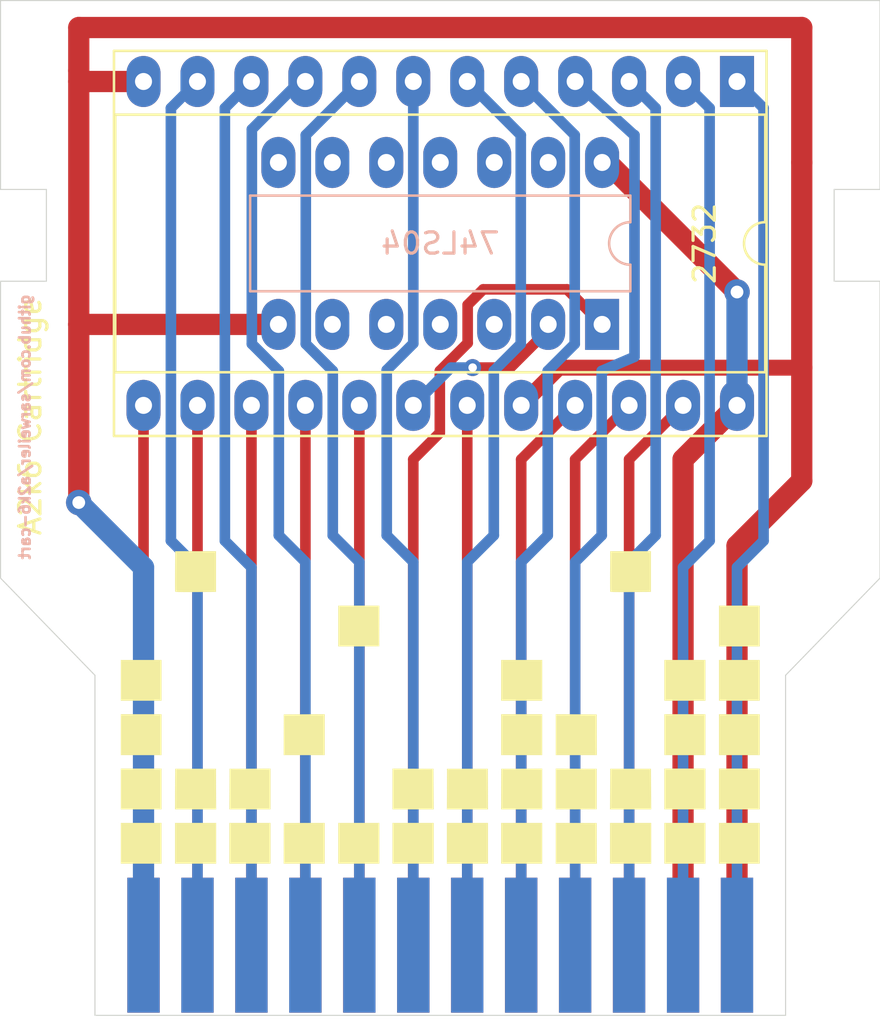
<source format=kicad_pcb>
(kicad_pcb (version 20171130) (host pcbnew "(5.1.6-0-10_14)")

  (general
    (thickness 1.6)
    (drawings 20)
    (tracks 107)
    (zones 0)
    (modules 4)
    (nets 25)
  )

  (page A4)
  (layers
    (0 F.Cu signal)
    (31 B.Cu signal)
    (32 B.Adhes user)
    (33 F.Adhes user)
    (34 B.Paste user)
    (35 F.Paste user)
    (36 B.SilkS user)
    (37 F.SilkS user)
    (38 B.Mask user)
    (39 F.Mask user)
    (40 Dwgs.User user)
    (41 Cmts.User user)
    (42 Eco1.User user)
    (43 Eco2.User user)
    (44 Edge.Cuts user)
    (45 Margin user)
    (46 B.CrtYd user)
    (47 F.CrtYd user)
    (48 B.Fab user)
    (49 F.Fab user)
  )

  (setup
    (last_trace_width 0.25)
    (trace_clearance 0.2)
    (zone_clearance 0.508)
    (zone_45_only no)
    (trace_min 0.2)
    (via_size 0.8)
    (via_drill 0.4)
    (via_min_size 0.4)
    (via_min_drill 0.3)
    (uvia_size 0.3)
    (uvia_drill 0.1)
    (uvias_allowed no)
    (uvia_min_size 0.2)
    (uvia_min_drill 0.1)
    (edge_width 0.05)
    (segment_width 0.2)
    (pcb_text_width 0.3)
    (pcb_text_size 1.5 1.5)
    (mod_edge_width 0.12)
    (mod_text_size 1 1)
    (mod_text_width 0.15)
    (pad_size 1.524 1.524)
    (pad_drill 0.762)
    (pad_to_mask_clearance 0.05)
    (aux_axis_origin 0 0)
    (visible_elements FFFFFF7F)
    (pcbplotparams
      (layerselection 0x010fc_ffffffff)
      (usegerberextensions false)
      (usegerberattributes true)
      (usegerberadvancedattributes true)
      (creategerberjobfile true)
      (excludeedgelayer true)
      (linewidth 0.100000)
      (plotframeref false)
      (viasonmask false)
      (mode 1)
      (useauxorigin false)
      (hpglpennumber 1)
      (hpglpenspeed 20)
      (hpglpendiameter 15.000000)
      (psnegative false)
      (psa4output false)
      (plotreference true)
      (plotvalue true)
      (plotinvisibletext false)
      (padsonsilk false)
      (subtractmaskfromsilk false)
      (outputformat 1)
      (mirror false)
      (drillshape 0)
      (scaleselection 1)
      (outputdirectory "gerbers/"))
  )

  (net 0 "")
  (net 1 D3)
  (net 2 D4)
  (net 3 D5)
  (net 4 D6)
  (net 5 D7)
  (net 6 "Net-(J1-PadA12)")
  (net 7 "Net-(J1-PadA10)")
  (net 8 "Net-(J1-PadA11)")
  (net 9 "Net-(J1-PadA9)")
  (net 10 "Net-(J1-PadA8)")
  (net 11 +5V)
  (net 12 GND)
  (net 13 "Net-(J1-PadA3)")
  (net 14 D1)
  (net 15 "Net-(J1-PadA6)")
  (net 16 "Net-(J1-PadA4)")
  (net 17 "Net-(J1-PadA1)")
  (net 18 D2)
  (net 19 "Net-(J1-PadA5)")
  (net 20 D0)
  (net 21 "Net-(J1-PadA0)")
  (net 22 "Net-(J1-PadA2)")
  (net 23 "Net-(J1-PadA7)")
  (net 24 "Net-(U1-Pad18)")

  (net_class Default "This is the default net class."
    (clearance 0.2)
    (trace_width 0.25)
    (via_dia 0.8)
    (via_drill 0.4)
    (uvia_dia 0.3)
    (uvia_drill 0.1)
    (add_net +5V)
    (add_net D0)
    (add_net D1)
    (add_net D2)
    (add_net D3)
    (add_net D4)
    (add_net D5)
    (add_net D6)
    (add_net D7)
    (add_net GND)
    (add_net "Net-(J1-PadA0)")
    (add_net "Net-(J1-PadA1)")
    (add_net "Net-(J1-PadA10)")
    (add_net "Net-(J1-PadA11)")
    (add_net "Net-(J1-PadA12)")
    (add_net "Net-(J1-PadA2)")
    (add_net "Net-(J1-PadA3)")
    (add_net "Net-(J1-PadA4)")
    (add_net "Net-(J1-PadA5)")
    (add_net "Net-(J1-PadA6)")
    (add_net "Net-(J1-PadA7)")
    (add_net "Net-(J1-PadA8)")
    (add_net "Net-(J1-PadA9)")
    (add_net "Net-(U1-Pad18)")
  )

  (module atari26k-cart:pattern (layer F.Cu) (tedit 0) (tstamp 5F5CD7AF)
    (at 152.654 105.41)
    (fp_text reference G*** (at 0 0) (layer F.SilkS) hide
      (effects (font (size 1.524 1.524) (thickness 0.3)))
    )
    (fp_text value LOGO (at 0.75 0) (layer F.SilkS) hide
      (effects (font (size 1.524 1.524) (thickness 0.3)))
    )
    (fp_poly (pts (xy 9.916975 -4.178457) (xy 8.96403 -4.174416) (xy 8.759582 -4.173672) (xy 8.584514 -4.173327)
      (xy 8.436849 -4.173414) (xy 8.314613 -4.173964) (xy 8.215829 -4.175009) (xy 8.13852 -4.176582)
      (xy 8.080712 -4.178715) (xy 8.040427 -4.181441) (xy 8.015691 -4.184791) (xy 8.004527 -4.188798)
      (xy 8.003543 -4.190095) (xy 8.002255 -4.208933) (xy 8.001169 -4.256342) (xy 8.000296 -4.329537)
      (xy 7.999646 -4.425731) (xy 7.999228 -4.542137) (xy 7.999052 -4.675971) (xy 7.99913 -4.824445)
      (xy 7.999471 -4.984774) (xy 8.000068 -5.150556) (xy 8.004136 -6.091296) (xy 9.916975 -6.091296)
      (xy 9.916975 -4.178457)) (layer F.SilkS) (width 0.01))
    (fp_poly (pts (xy -10.559815 -4.178457) (xy -11.51276 -4.174416) (xy -11.717208 -4.173672) (xy -11.892277 -4.173327)
      (xy -12.039941 -4.173414) (xy -12.162177 -4.173964) (xy -12.260961 -4.175009) (xy -12.33827 -4.176582)
      (xy -12.396078 -4.178715) (xy -12.436363 -4.181441) (xy -12.461099 -4.184791) (xy -12.472263 -4.188798)
      (xy -12.473247 -4.190095) (xy -12.474535 -4.208933) (xy -12.475621 -4.256342) (xy -12.476494 -4.329537)
      (xy -12.477145 -4.425731) (xy -12.477562 -4.542137) (xy -12.477738 -4.675971) (xy -12.47766 -4.824445)
      (xy -12.477319 -4.984774) (xy -12.476722 -5.150556) (xy -12.472654 -6.091296) (xy -10.559815 -6.091296)
      (xy -10.559815 -4.178457)) (layer F.SilkS) (width 0.01))
    (fp_poly (pts (xy 15.036173 -1.614938) (xy 13.123333 -1.614938) (xy 13.123333 -3.527778) (xy 15.036173 -3.527778)
      (xy 15.036173 -1.614938)) (layer F.SilkS) (width 0.01))
    (fp_poly (pts (xy -2.877099 -1.622778) (xy -3.837438 -1.618738) (xy -4.797778 -1.614697) (xy -4.797778 -3.527778)
      (xy -2.869017 -3.527778) (xy -2.877099 -1.622778)) (layer F.SilkS) (width 0.01))
    (fp_poly (pts (xy 15.036173 0.940741) (xy 13.123333 0.940741) (xy 13.123333 -0.972099) (xy 15.036173 -0.972099)
      (xy 15.036173 0.940741)) (layer F.SilkS) (width 0.01))
    (fp_poly (pts (xy 12.480494 0.940741) (xy 10.551975 0.940741) (xy 10.551975 -0.972099) (xy 12.480494 -0.972099)
      (xy 12.480494 0.940741)) (layer F.SilkS) (width 0.01))
    (fp_poly (pts (xy 4.797778 0.940741) (xy 2.869259 0.940741) (xy 2.869259 -0.972099) (xy 4.797778 -0.972099)
      (xy 4.797778 0.940741)) (layer F.SilkS) (width 0.01))
    (fp_poly (pts (xy -13.123333 0.940741) (xy -15.036173 0.940741) (xy -15.036173 -0.972099) (xy -13.123333 -0.972099)
      (xy -13.123333 0.940741)) (layer F.SilkS) (width 0.01))
    (fp_poly (pts (xy 15.036173 3.49642) (xy 13.123333 3.49642) (xy 13.123333 1.58358) (xy 15.036173 1.58358)
      (xy 15.036173 3.49642)) (layer F.SilkS) (width 0.01))
    (fp_poly (pts (xy 12.480494 3.49642) (xy 10.551975 3.49642) (xy 10.551975 1.58358) (xy 12.480494 1.58358)
      (xy 12.480494 3.49642)) (layer F.SilkS) (width 0.01))
    (fp_poly (pts (xy 6.400957 1.587379) (xy 7.361296 1.59142) (xy 7.365337 2.54392) (xy 7.369379 3.49642)
      (xy 5.440617 3.49642) (xy 5.440617 1.583339) (xy 6.400957 1.587379)) (layer F.SilkS) (width 0.01))
    (fp_poly (pts (xy 4.797778 3.49642) (xy 2.869259 3.49642) (xy 2.869259 1.58358) (xy 4.797778 1.58358)
      (xy 4.797778 3.49642)) (layer F.SilkS) (width 0.01))
    (fp_poly (pts (xy -5.440617 3.49642) (xy -7.369379 3.49642) (xy -7.365338 2.54392) (xy -7.361296 1.59142)
      (xy -6.400957 1.587379) (xy -5.440617 1.583339) (xy -5.440617 3.49642)) (layer F.SilkS) (width 0.01))
    (fp_poly (pts (xy -13.123333 3.49642) (xy -15.036173 3.49642) (xy -15.036173 1.58358) (xy -13.123333 1.58358)
      (xy -13.123333 3.49642)) (layer F.SilkS) (width 0.01))
    (fp_poly (pts (xy 15.036173 6.052099) (xy 13.123333 6.052099) (xy 13.123333 4.139259) (xy 15.036173 4.139259)
      (xy 15.036173 6.052099)) (layer F.SilkS) (width 0.01))
    (fp_poly (pts (xy 12.480494 6.052099) (xy 10.551975 6.052099) (xy 10.551975 4.139259) (xy 12.480494 4.139259)
      (xy 12.480494 6.052099)) (layer F.SilkS) (width 0.01))
    (fp_poly (pts (xy 9.921016 5.099599) (xy 9.925058 6.052099) (xy 7.996053 6.052099) (xy 8.000094 5.099599)
      (xy 8.004136 4.147099) (xy 9.916975 4.147099) (xy 9.921016 5.099599)) (layer F.SilkS) (width 0.01))
    (fp_poly (pts (xy 6.400957 4.143058) (xy 7.361296 4.147099) (xy 7.361296 6.044259) (xy 6.400957 6.048299)
      (xy 5.440617 6.05234) (xy 5.440617 4.139018) (xy 6.400957 4.143058)) (layer F.SilkS) (width 0.01))
    (fp_poly (pts (xy 4.797778 6.052099) (xy 2.869016 6.052099) (xy 2.873057 5.099599) (xy 2.877099 4.147099)
      (xy 3.837438 4.143058) (xy 4.797778 4.139018) (xy 4.797778 6.052099)) (layer F.SilkS) (width 0.01))
    (fp_poly (pts (xy 2.2383 5.099599) (xy 2.242342 6.052099) (xy 0.313337 6.052099) (xy 0.317378 5.099599)
      (xy 0.32142 4.147099) (xy 2.234259 4.147099) (xy 2.2383 5.099599)) (layer F.SilkS) (width 0.01))
    (fp_poly (pts (xy -1.281759 4.143058) (xy -0.32142 4.147099) (xy -0.313338 6.052099) (xy -2.242099 6.052099)
      (xy -2.242099 4.139018) (xy -1.281759 4.143058)) (layer F.SilkS) (width 0.01))
    (fp_poly (pts (xy -7.996296 6.052099) (xy -9.925058 6.052099) (xy -9.921017 5.099599) (xy -9.916975 4.147099)
      (xy -8.956636 4.143058) (xy -7.996296 4.139018) (xy -7.996296 6.052099)) (layer F.SilkS) (width 0.01))
    (fp_poly (pts (xy -10.551733 6.052099) (xy -12.480737 6.052099) (xy -12.476696 5.099599) (xy -12.472654 4.147099)
      (xy -10.559815 4.147099) (xy -10.551733 6.052099)) (layer F.SilkS) (width 0.01))
    (fp_poly (pts (xy -13.123333 6.052099) (xy -15.036173 6.052099) (xy -15.036173 4.139259) (xy -13.123333 4.139259)
      (xy -13.123333 6.052099)) (layer F.SilkS) (width 0.01))
    (fp_poly (pts (xy 15.036173 8.607778) (xy 13.123333 8.607778) (xy 13.123333 6.694938) (xy 15.036173 6.694938)
      (xy 15.036173 8.607778)) (layer F.SilkS) (width 0.01))
    (fp_poly (pts (xy 12.480494 8.607778) (xy 10.551975 8.607778) (xy 10.551975 6.694938) (xy 12.480494 6.694938)
      (xy 12.480494 8.607778)) (layer F.SilkS) (width 0.01))
    (fp_poly (pts (xy 9.924815 8.607778) (xy 7.996296 8.607778) (xy 7.996296 6.694938) (xy 9.924815 6.694938)
      (xy 9.924815 8.607778)) (layer F.SilkS) (width 0.01))
    (fp_poly (pts (xy 6.400957 6.698737) (xy 7.361296 6.702778) (xy 7.365337 7.655278) (xy 7.369379 8.607778)
      (xy 5.440617 8.607778) (xy 5.440617 6.694697) (xy 6.400957 6.698737)) (layer F.SilkS) (width 0.01))
    (fp_poly (pts (xy 4.797778 8.607778) (xy 2.869259 8.607778) (xy 2.869259 6.694938) (xy 4.797778 6.694938)
      (xy 4.797778 8.607778)) (layer F.SilkS) (width 0.01))
    (fp_poly (pts (xy 2.242099 8.607778) (xy 0.31358 8.607778) (xy 0.31358 6.694938) (xy 2.242099 6.694938)
      (xy 2.242099 8.607778)) (layer F.SilkS) (width 0.01))
    (fp_poly (pts (xy -0.31358 8.607778) (xy -2.242099 8.607778) (xy -2.242099 6.694938) (xy -0.31358 6.694938)
      (xy -0.31358 8.607778)) (layer F.SilkS) (width 0.01))
    (fp_poly (pts (xy -2.869259 8.607778) (xy -4.797778 8.607778) (xy -4.797778 6.694938) (xy -2.869259 6.694938)
      (xy -2.869259 8.607778)) (layer F.SilkS) (width 0.01))
    (fp_poly (pts (xy -5.440617 8.607778) (xy -7.369379 8.607778) (xy -7.365338 7.655278) (xy -7.361296 6.702778)
      (xy -6.400957 6.698737) (xy -5.440617 6.694697) (xy -5.440617 8.607778)) (layer F.SilkS) (width 0.01))
    (fp_poly (pts (xy -7.996296 8.607778) (xy -9.924815 8.607778) (xy -9.924815 6.694938) (xy -7.996296 6.694938)
      (xy -7.996296 8.607778)) (layer F.SilkS) (width 0.01))
    (fp_poly (pts (xy -10.551975 8.607778) (xy -12.480494 8.607778) (xy -12.480494 6.694938) (xy -10.551975 6.694938)
      (xy -10.551975 8.607778)) (layer F.SilkS) (width 0.01))
    (fp_poly (pts (xy -13.123333 8.607778) (xy -15.036173 8.607778) (xy -15.036173 6.694938) (xy -13.123333 6.694938)
      (xy -13.123333 8.607778)) (layer F.SilkS) (width 0.01))
  )

  (module Package_DIP:DIP-14_W7.62mm_LongPads (layer B.Cu) (tedit 5A02E8C5) (tstamp 5F5C9382)
    (at 160.274 88.646 90)
    (descr "14-lead though-hole mounted DIP package, row spacing 7.62 mm (300 mils), LongPads")
    (tags "THT DIP DIL PDIP 2.54mm 7.62mm 300mil LongPads")
    (path /5F59DAFD)
    (fp_text reference U2 (at 3.81 2.33 90) (layer B.SilkS) hide
      (effects (font (size 1 1) (thickness 0.15)) (justify mirror))
    )
    (fp_text value 74LS04 (at 3.81 -7.62 180) (layer B.SilkS)
      (effects (font (size 1 1) (thickness 0.15)) (justify mirror))
    )
    (fp_line (start 9.1 1.55) (end -1.45 1.55) (layer B.CrtYd) (width 0.05))
    (fp_line (start 9.1 -16.8) (end 9.1 1.55) (layer B.CrtYd) (width 0.05))
    (fp_line (start -1.45 -16.8) (end 9.1 -16.8) (layer B.CrtYd) (width 0.05))
    (fp_line (start -1.45 1.55) (end -1.45 -16.8) (layer B.CrtYd) (width 0.05))
    (fp_line (start 6.06 1.33) (end 4.81 1.33) (layer B.SilkS) (width 0.12))
    (fp_line (start 6.06 -16.57) (end 6.06 1.33) (layer B.SilkS) (width 0.12))
    (fp_line (start 1.56 -16.57) (end 6.06 -16.57) (layer B.SilkS) (width 0.12))
    (fp_line (start 1.56 1.33) (end 1.56 -16.57) (layer B.SilkS) (width 0.12))
    (fp_line (start 2.81 1.33) (end 1.56 1.33) (layer B.SilkS) (width 0.12))
    (fp_line (start 0.635 0.27) (end 1.635 1.27) (layer B.Fab) (width 0.1))
    (fp_line (start 0.635 -16.51) (end 0.635 0.27) (layer B.Fab) (width 0.1))
    (fp_line (start 6.985 -16.51) (end 0.635 -16.51) (layer B.Fab) (width 0.1))
    (fp_line (start 6.985 1.27) (end 6.985 -16.51) (layer B.Fab) (width 0.1))
    (fp_line (start 1.635 1.27) (end 6.985 1.27) (layer B.Fab) (width 0.1))
    (fp_text user %R (at 3.81 -7.62 90) (layer B.Fab)
      (effects (font (size 1 1) (thickness 0.15)) (justify mirror))
    )
    (fp_arc (start 3.81 1.33) (end 2.81 1.33) (angle 180) (layer B.SilkS) (width 0.12))
    (pad 14 thru_hole oval (at 7.62 0 90) (size 2.4 1.6) (drill 0.8) (layers *.Cu *.Mask)
      (net 11 +5V))
    (pad 7 thru_hole oval (at 0 -15.24 90) (size 2.4 1.6) (drill 0.8) (layers *.Cu *.Mask)
      (net 12 GND))
    (pad 13 thru_hole oval (at 7.62 -2.54 90) (size 2.4 1.6) (drill 0.8) (layers *.Cu *.Mask))
    (pad 6 thru_hole oval (at 0 -12.7 90) (size 2.4 1.6) (drill 0.8) (layers *.Cu *.Mask))
    (pad 12 thru_hole oval (at 7.62 -5.08 90) (size 2.4 1.6) (drill 0.8) (layers *.Cu *.Mask))
    (pad 5 thru_hole oval (at 0 -10.16 90) (size 2.4 1.6) (drill 0.8) (layers *.Cu *.Mask))
    (pad 11 thru_hole oval (at 7.62 -7.62 90) (size 2.4 1.6) (drill 0.8) (layers *.Cu *.Mask))
    (pad 4 thru_hole oval (at 0 -7.62 90) (size 2.4 1.6) (drill 0.8) (layers *.Cu *.Mask))
    (pad 10 thru_hole oval (at 7.62 -10.16 90) (size 2.4 1.6) (drill 0.8) (layers *.Cu *.Mask))
    (pad 3 thru_hole oval (at 0 -5.08 90) (size 2.4 1.6) (drill 0.8) (layers *.Cu *.Mask))
    (pad 9 thru_hole oval (at 7.62 -12.7 90) (size 2.4 1.6) (drill 0.8) (layers *.Cu *.Mask))
    (pad 2 thru_hole oval (at 0 -2.54 90) (size 2.4 1.6) (drill 0.8) (layers *.Cu *.Mask)
      (net 24 "Net-(U1-Pad18)"))
    (pad 8 thru_hole oval (at 7.62 -15.24 90) (size 2.4 1.6) (drill 0.8) (layers *.Cu *.Mask))
    (pad 1 thru_hole rect (at 0 0 90) (size 2.4 1.6) (drill 0.8) (layers *.Cu *.Mask)
      (net 6 "Net-(J1-PadA12)"))
    (model ${KISYS3DMOD}/Package_DIP.3dshapes/DIP-14_W7.62mm.wrl
      (at (xyz 0 0 0))
      (scale (xyz 1 1 1))
      (rotate (xyz 0 0 0))
    )
  )

  (module Package_DIP:DIP-24_W15.24mm_Socket_LongPads (layer F.Cu) (tedit 5A02E8C5) (tstamp 5F5CA91E)
    (at 166.624 77.216 270)
    (descr "24-lead though-hole mounted DIP package, row spacing 15.24 mm (600 mils), Socket, LongPads")
    (tags "THT DIP DIL PDIP 2.54mm 15.24mm 600mil Socket LongPads")
    (path /5F5A9964)
    (fp_text reference U1 (at 7.62 -2.33 90) (layer F.SilkS) hide
      (effects (font (size 1 1) (thickness 0.15)))
    )
    (fp_text value 2732 (at 7.62 1.524 270) (layer F.SilkS)
      (effects (font (size 1 1) (thickness 0.15)))
    )
    (fp_line (start 16.8 -1.6) (end -1.55 -1.6) (layer F.CrtYd) (width 0.05))
    (fp_line (start 16.8 29.55) (end 16.8 -1.6) (layer F.CrtYd) (width 0.05))
    (fp_line (start -1.55 29.55) (end 16.8 29.55) (layer F.CrtYd) (width 0.05))
    (fp_line (start -1.55 -1.6) (end -1.55 29.55) (layer F.CrtYd) (width 0.05))
    (fp_line (start 16.68 -1.39) (end -1.44 -1.39) (layer F.SilkS) (width 0.12))
    (fp_line (start 16.68 29.33) (end 16.68 -1.39) (layer F.SilkS) (width 0.12))
    (fp_line (start -1.44 29.33) (end 16.68 29.33) (layer F.SilkS) (width 0.12))
    (fp_line (start -1.44 -1.39) (end -1.44 29.33) (layer F.SilkS) (width 0.12))
    (fp_line (start 13.68 -1.33) (end 8.62 -1.33) (layer F.SilkS) (width 0.12))
    (fp_line (start 13.68 29.27) (end 13.68 -1.33) (layer F.SilkS) (width 0.12))
    (fp_line (start 1.56 29.27) (end 13.68 29.27) (layer F.SilkS) (width 0.12))
    (fp_line (start 1.56 -1.33) (end 1.56 29.27) (layer F.SilkS) (width 0.12))
    (fp_line (start 6.62 -1.33) (end 1.56 -1.33) (layer F.SilkS) (width 0.12))
    (fp_line (start 16.51 -1.33) (end -1.27 -1.33) (layer F.Fab) (width 0.1))
    (fp_line (start 16.51 29.27) (end 16.51 -1.33) (layer F.Fab) (width 0.1))
    (fp_line (start -1.27 29.27) (end 16.51 29.27) (layer F.Fab) (width 0.1))
    (fp_line (start -1.27 -1.33) (end -1.27 29.27) (layer F.Fab) (width 0.1))
    (fp_line (start 0.255 -0.27) (end 1.255 -1.27) (layer F.Fab) (width 0.1))
    (fp_line (start 0.255 29.21) (end 0.255 -0.27) (layer F.Fab) (width 0.1))
    (fp_line (start 14.985 29.21) (end 0.255 29.21) (layer F.Fab) (width 0.1))
    (fp_line (start 14.985 -1.27) (end 14.985 29.21) (layer F.Fab) (width 0.1))
    (fp_line (start 1.255 -1.27) (end 14.985 -1.27) (layer F.Fab) (width 0.1))
    (fp_text user %R (at 7.62 13.97 90) (layer F.Fab) hide
      (effects (font (size 1 1) (thickness 0.15)))
    )
    (fp_arc (start 7.62 -1.33) (end 6.62 -1.33) (angle -180) (layer F.SilkS) (width 0.12))
    (pad 24 thru_hole oval (at 15.24 0 270) (size 2.4 1.6) (drill 0.8) (layers *.Cu *.Mask)
      (net 11 +5V))
    (pad 12 thru_hole oval (at 0 27.94 270) (size 2.4 1.6) (drill 0.8) (layers *.Cu *.Mask)
      (net 12 GND))
    (pad 23 thru_hole oval (at 15.24 2.54 270) (size 2.4 1.6) (drill 0.8) (layers *.Cu *.Mask)
      (net 10 "Net-(J1-PadA8)"))
    (pad 11 thru_hole oval (at 0 25.4 270) (size 2.4 1.6) (drill 0.8) (layers *.Cu *.Mask)
      (net 18 D2))
    (pad 22 thru_hole oval (at 15.24 5.08 270) (size 2.4 1.6) (drill 0.8) (layers *.Cu *.Mask)
      (net 9 "Net-(J1-PadA9)"))
    (pad 10 thru_hole oval (at 0 22.86 270) (size 2.4 1.6) (drill 0.8) (layers *.Cu *.Mask)
      (net 14 D1))
    (pad 21 thru_hole oval (at 15.24 7.62 270) (size 2.4 1.6) (drill 0.8) (layers *.Cu *.Mask)
      (net 8 "Net-(J1-PadA11)"))
    (pad 9 thru_hole oval (at 0 20.32 270) (size 2.4 1.6) (drill 0.8) (layers *.Cu *.Mask)
      (net 20 D0))
    (pad 20 thru_hole oval (at 15.24 10.16 270) (size 2.4 1.6) (drill 0.8) (layers *.Cu *.Mask)
      (net 12 GND))
    (pad 8 thru_hole oval (at 0 17.78 270) (size 2.4 1.6) (drill 0.8) (layers *.Cu *.Mask)
      (net 21 "Net-(J1-PadA0)"))
    (pad 19 thru_hole oval (at 15.24 12.7 270) (size 2.4 1.6) (drill 0.8) (layers *.Cu *.Mask)
      (net 7 "Net-(J1-PadA10)"))
    (pad 7 thru_hole oval (at 0 15.24 270) (size 2.4 1.6) (drill 0.8) (layers *.Cu *.Mask)
      (net 17 "Net-(J1-PadA1)"))
    (pad 18 thru_hole oval (at 15.24 15.24 270) (size 2.4 1.6) (drill 0.8) (layers *.Cu *.Mask)
      (net 24 "Net-(U1-Pad18)"))
    (pad 6 thru_hole oval (at 0 12.7 270) (size 2.4 1.6) (drill 0.8) (layers *.Cu *.Mask)
      (net 22 "Net-(J1-PadA2)"))
    (pad 17 thru_hole oval (at 15.24 17.78 270) (size 2.4 1.6) (drill 0.8) (layers *.Cu *.Mask)
      (net 5 D7))
    (pad 5 thru_hole oval (at 0 10.16 270) (size 2.4 1.6) (drill 0.8) (layers *.Cu *.Mask)
      (net 13 "Net-(J1-PadA3)"))
    (pad 16 thru_hole oval (at 15.24 20.32 270) (size 2.4 1.6) (drill 0.8) (layers *.Cu *.Mask)
      (net 4 D6))
    (pad 4 thru_hole oval (at 0 7.62 270) (size 2.4 1.6) (drill 0.8) (layers *.Cu *.Mask)
      (net 16 "Net-(J1-PadA4)"))
    (pad 15 thru_hole oval (at 15.24 22.86 270) (size 2.4 1.6) (drill 0.8) (layers *.Cu *.Mask)
      (net 3 D5))
    (pad 3 thru_hole oval (at 0 5.08 270) (size 2.4 1.6) (drill 0.8) (layers *.Cu *.Mask)
      (net 19 "Net-(J1-PadA5)"))
    (pad 14 thru_hole oval (at 15.24 25.4 270) (size 2.4 1.6) (drill 0.8) (layers *.Cu *.Mask)
      (net 2 D4))
    (pad 2 thru_hole oval (at 0 2.54 270) (size 2.4 1.6) (drill 0.8) (layers *.Cu *.Mask)
      (net 15 "Net-(J1-PadA6)"))
    (pad 13 thru_hole oval (at 15.24 27.94 270) (size 2.4 1.6) (drill 0.8) (layers *.Cu *.Mask)
      (net 1 D3))
    (pad 1 thru_hole rect (at 0 0 270) (size 2.4 1.6) (drill 0.8) (layers *.Cu *.Mask)
      (net 23 "Net-(J1-PadA7)"))
    (model ${KISYS3DMOD}/Package_DIP.3dshapes/DIP-24_W15.24mm_Socket.wrl
      (at (xyz 0 0 0))
      (scale (xyz 1 1 1))
      (rotate (xyz 0 0 0))
    )
  )

  (module Atari:2600_Cartridge_Port (layer F.Cu) (tedit 5F59D1EC) (tstamp 5F59FA1F)
    (at 138.176 114.808)
    (path /5F5B2BC1)
    (fp_text reference J1 (at 14.732 -1.016) (layer F.SilkS) hide
      (effects (font (size 1 1) (thickness 0.15)))
    )
    (fp_text value 2600_Cartridge_Port (at 14.732 -1.016) (layer F.Fab)
      (effects (font (size 1 1) (thickness 0.15)))
    )
    (fp_text user REF** (at 14.732 -1.016) (layer B.SilkS) hide
      (effects (font (size 1 1) (thickness 0.15)) (justify mirror))
    )
    (pad A7 connect rect (at 28.448 3.048) (size 1.524 6.35) (layers B.Cu B.Mask)
      (net 23 "Net-(J1-PadA7)"))
    (pad A2 connect rect (at 15.748 3.048) (size 1.524 6.35) (layers B.Cu B.Mask)
      (net 22 "Net-(J1-PadA2)"))
    (pad A0 connect rect (at 10.668 3.048) (size 1.524 6.35) (layers B.Cu B.Mask)
      (net 21 "Net-(J1-PadA0)"))
    (pad D0 connect rect (at 8.128 3.048) (size 1.524 6.35) (layers B.Cu B.Mask)
      (net 20 D0))
    (pad A5 connect rect (at 23.368 3.048) (size 1.524 6.35) (layers B.Cu B.Mask)
      (net 19 "Net-(J1-PadA5)"))
    (pad GND connect rect (at 0.508 3.048) (size 1.524 6.35) (layers B.Cu B.Mask)
      (net 12 GND))
    (pad D2 connect rect (at 3.048 3.048) (size 1.524 6.35) (layers B.Cu B.Mask)
      (net 18 D2))
    (pad A1 connect rect (at 13.208 3.048) (size 1.524 6.35) (layers B.Cu B.Mask)
      (net 17 "Net-(J1-PadA1)"))
    (pad A4 connect rect (at 20.828 3.048) (size 1.524 6.35) (layers B.Cu B.Mask)
      (net 16 "Net-(J1-PadA4)"))
    (pad A6 connect rect (at 25.908 3.048) (size 1.524 6.35) (layers B.Cu B.Mask)
      (net 15 "Net-(J1-PadA6)"))
    (pad D1 connect rect (at 5.588 3.048) (size 1.524 6.35) (layers B.Cu B.Mask)
      (net 14 D1))
    (pad A3 connect rect (at 18.288 3.048) (size 1.524 6.35) (layers B.Cu B.Mask)
      (net 13 "Net-(J1-PadA3)"))
    (pad SGND connect rect (at 28.448 3.048) (size 1.524 6.35) (layers F.Cu F.Mask)
      (net 12 GND))
    (pad +5V connect rect (at 25.908 3.048) (size 1.524 6.35) (layers F.Cu F.Mask)
      (net 11 +5V))
    (pad A8 connect rect (at 23.368 3.048) (size 1.524 6.35) (layers F.Cu F.Mask)
      (net 10 "Net-(J1-PadA8)"))
    (pad A9 connect rect (at 20.828 3.048) (size 1.524 6.35) (layers F.Cu F.Mask)
      (net 9 "Net-(J1-PadA9)"))
    (pad A11 connect rect (at 18.288 3.048) (size 1.524 6.35) (layers F.Cu F.Mask)
      (net 8 "Net-(J1-PadA11)"))
    (pad A10 connect rect (at 15.748 3.048) (size 1.524 6.35) (layers F.Cu F.Mask)
      (net 7 "Net-(J1-PadA10)"))
    (pad A12 connect rect (at 13.208 3.048) (size 1.524 6.35) (layers F.Cu F.Mask)
      (net 6 "Net-(J1-PadA12)"))
    (pad D7 connect rect (at 10.668 3.048) (size 1.524 6.35) (layers F.Cu F.Mask)
      (net 5 D7))
    (pad D6 connect rect (at 8.128 3.048) (size 1.524 6.35) (layers F.Cu F.Mask)
      (net 4 D6))
    (pad D5 connect rect (at 5.588 3.048) (size 1.524 6.35) (layers F.Cu F.Mask)
      (net 3 D5))
    (pad D4 connect rect (at 3.048 3.048) (size 1.524 6.35) (layers F.Cu F.Mask)
      (net 2 D4))
    (pad D3 connect rect (at 0.508 3.048) (size 1.524 6.35) (layers F.Cu F.Mask)
      (net 1 D3))
  )

  (gr_text github.com/sarweiler/a2k6-cart (at 133.096 93.472 90) (layer B.SilkS)
    (effects (font (size 0.5 0.5) (thickness 0.125)) (justify mirror))
  )
  (gr_text "A2k6 Cartridge" (at 133.35 92.964 90) (layer F.SilkS)
    (effects (font (size 1 1) (thickness 0.15)))
  )
  (gr_poly (pts (xy 169.164 121.539) (xy 136.144 121.539) (xy 136.144 114.681) (xy 169.164 114.681)) (layer B.Mask) (width 0.1) (tstamp 5F5CBAF5))
  (gr_poly (pts (xy 169.164 121.539) (xy 136.144 121.539) (xy 136.144 114.681) (xy 169.164 114.681)) (layer F.Mask) (width 0.1) (tstamp 5F5CBB81))
  (gr_line (start 136.398 105.156) (end 131.953 100.584) (layer Edge.Cuts) (width 0.05) (tstamp 5F5A7216))
  (gr_line (start 168.91 105.156) (end 173.355 100.584) (layer Edge.Cuts) (width 0.05))
  (gr_line (start 131.953 73.406) (end 173.355 73.406) (layer Edge.Cuts) (width 0.05))
  (gr_line (start 173.355 82.296) (end 173.355 73.406) (layer Edge.Cuts) (width 0.05))
  (gr_line (start 171.196 82.296) (end 173.355 82.296) (layer Edge.Cuts) (width 0.05))
  (gr_line (start 171.196 86.614) (end 171.196 82.296) (layer Edge.Cuts) (width 0.05))
  (gr_line (start 131.953 82.296) (end 131.953 73.406) (layer Edge.Cuts) (width 0.05))
  (gr_line (start 134.112 82.296) (end 131.953 82.296) (layer Edge.Cuts) (width 0.05))
  (gr_line (start 134.112 86.614) (end 134.112 82.296) (layer Edge.Cuts) (width 0.05))
  (gr_line (start 173.355 86.614) (end 171.196 86.614) (layer Edge.Cuts) (width 0.05))
  (gr_line (start 131.953 86.614) (end 134.112 86.614) (layer Edge.Cuts) (width 0.05))
  (gr_line (start 173.355 100.584) (end 173.355 86.614) (layer Edge.Cuts) (width 0.05) (tstamp 5F5A5E12))
  (gr_line (start 131.953 100.584) (end 131.953 86.614) (layer Edge.Cuts) (width 0.05))
  (gr_line (start 168.91 121.158) (end 136.398 121.158) (layer Edge.Cuts) (width 0.05) (tstamp 5F59FCEE))
  (gr_line (start 168.91 105.156) (end 168.91 121.158) (layer Edge.Cuts) (width 0.05))
  (gr_line (start 136.398 121.158) (end 136.398 105.156) (layer Edge.Cuts) (width 0.05))

  (segment (start 138.684 117.856) (end 138.684 92.456) (width 0.5) (layer F.Cu) (net 1))
  (segment (start 141.224 117.856) (end 141.224 92.456) (width 0.5) (layer F.Cu) (net 2))
  (segment (start 143.764 117.856) (end 143.764 92.456) (width 0.5) (layer F.Cu) (net 3))
  (segment (start 146.304 117.856) (end 146.304 92.456) (width 0.5) (layer F.Cu) (net 4))
  (segment (start 148.844 117.856) (end 148.844 92.456) (width 0.5) (layer F.Cu) (net 5))
  (segment (start 158.62399 86.99599) (end 160.274 88.646) (width 0.5) (layer F.Cu) (net 6))
  (segment (start 154.676229 86.99599) (end 158.62399 86.99599) (width 0.5) (layer F.Cu) (net 6))
  (segment (start 153.94399 89.523791) (end 153.94399 87.728229) (width 0.5) (layer F.Cu) (net 6))
  (segment (start 152.63401 90.833771) (end 153.94399 89.523791) (width 0.5) (layer F.Cu) (net 6))
  (segment (start 153.94399 87.728229) (end 154.676229 86.99599) (width 0.5) (layer F.Cu) (net 6))
  (segment (start 152.63401 93.74599) (end 152.63401 90.833771) (width 0.5) (layer F.Cu) (net 6))
  (segment (start 151.384 117.856) (end 151.384 94.996) (width 0.5) (layer F.Cu) (net 6))
  (segment (start 151.384 94.996) (end 152.63401 93.74599) (width 0.5) (layer F.Cu) (net 6))
  (segment (start 153.924 117.856) (end 153.924 92.456) (width 0.5) (layer F.Cu) (net 7))
  (segment (start 156.464 94.996) (end 159.004 92.456) (width 0.5) (layer F.Cu) (net 8))
  (segment (start 156.464 117.856) (end 156.464 94.996) (width 0.5) (layer F.Cu) (net 8))
  (segment (start 159.004 94.996) (end 161.544 92.456) (width 0.5) (layer F.Cu) (net 9))
  (segment (start 159.004 117.856) (end 159.004 94.996) (width 0.5) (layer F.Cu) (net 9))
  (segment (start 161.544 94.996) (end 164.084 92.456) (width 0.5) (layer F.Cu) (net 10))
  (segment (start 161.544 117.856) (end 161.544 94.996) (width 0.5) (layer F.Cu) (net 10))
  (segment (start 164.084 94.996) (end 166.624 92.456) (width 1) (layer F.Cu) (net 11))
  (segment (start 164.084 117.856) (end 164.084 94.996) (width 1) (layer F.Cu) (net 11))
  (via (at 166.624 87.122) (size 1.2) (drill 0.6) (layers F.Cu B.Cu) (net 11))
  (segment (start 166.624 92.456) (end 166.624 87.122) (width 1) (layer B.Cu) (net 11))
  (segment (start 160.528 81.026) (end 166.624 87.122) (width 1) (layer F.Cu) (net 11))
  (segment (start 160.274 81.026) (end 160.528 81.026) (width 0.5) (layer F.Cu) (net 11))
  (segment (start 166.624 117.856) (end 166.624 99.06) (width 1) (layer F.Cu) (net 12) (tstamp 5F5A7988))
  (segment (start 138.684 77.216) (end 138.684 77.47) (width 0.25) (layer F.Cu) (net 12))
  (segment (start 156.464 92.456) (end 158.23901 90.68099) (width 0.75) (layer F.Cu) (net 12))
  (segment (start 158.23901 90.68099) (end 169.66901 90.68099) (width 0.75) (layer F.Cu) (net 12) (tstamp 5F5A7A66))
  (segment (start 169.672 90.678) (end 169.672 81.026) (width 1) (layer F.Cu) (net 12))
  (segment (start 169.66901 90.68099) (end 169.672 90.678) (width 0.75) (layer F.Cu) (net 12))
  (via (at 135.636 97.028) (size 1.2) (drill 0.6) (layers F.Cu B.Cu) (net 12))
  (segment (start 169.672 96.012) (end 169.672 90.678) (width 1) (layer F.Cu) (net 12))
  (segment (start 166.624 99.06) (end 169.672 96.012) (width 1) (layer F.Cu) (net 12))
  (segment (start 135.636 74.676) (end 135.636 76.708) (width 1) (layer F.Cu) (net 12))
  (segment (start 138.684 100.076) (end 135.636 97.028) (width 1) (layer B.Cu) (net 12))
  (segment (start 138.684 117.856) (end 138.684 100.076) (width 1) (layer B.Cu) (net 12))
  (segment (start 169.672 74.676) (end 135.636 74.676) (width 1) (layer F.Cu) (net 12))
  (segment (start 169.672 81.026) (end 169.672 74.676) (width 1) (layer F.Cu) (net 12))
  (segment (start 138.684 77.216) (end 135.636 77.216) (width 1) (layer F.Cu) (net 12))
  (segment (start 145.034 88.646) (end 135.636 88.646) (width 1) (layer F.Cu) (net 12))
  (segment (start 135.636 88.646) (end 135.636 97.028) (width 1) (layer F.Cu) (net 12))
  (segment (start 135.636 76.708) (end 135.636 88.646) (width 1) (layer F.Cu) (net 12))
  (segment (start 156.464 117.856) (end 156.464 99.822) (width 0.5) (layer B.Cu) (net 13))
  (segment (start 158.98401 79.73601) (end 156.464 77.216) (width 0.5) (layer B.Cu) (net 13))
  (segment (start 157.71401 90.833771) (end 158.98401 89.563771) (width 0.5) (layer B.Cu) (net 13))
  (segment (start 157.71401 98.57199) (end 157.71401 90.833771) (width 0.5) (layer B.Cu) (net 13))
  (segment (start 158.98401 89.563771) (end 158.98401 79.73601) (width 0.5) (layer B.Cu) (net 13))
  (segment (start 156.464 99.822) (end 157.71401 98.57199) (width 0.5) (layer B.Cu) (net 13))
  (segment (start 143.764 117.856) (end 143.764 100.076) (width 0.5) (layer B.Cu) (net 14))
  (segment (start 142.51399 78.46601) (end 143.764 77.216) (width 0.5) (layer B.Cu) (net 14))
  (segment (start 142.51399 98.82599) (end 142.51399 78.46601) (width 0.5) (layer B.Cu) (net 14))
  (segment (start 143.764 100.076) (end 142.51399 98.82599) (width 0.5) (layer B.Cu) (net 14))
  (segment (start 164.084 117.856) (end 164.084 100.076) (width 0.5) (layer B.Cu) (net 15))
  (segment (start 165.33401 98.82599) (end 165.33401 78.46601) (width 0.5) (layer B.Cu) (net 15))
  (segment (start 165.33401 78.46601) (end 164.084 77.216) (width 0.5) (layer B.Cu) (net 15))
  (segment (start 164.084 100.076) (end 165.33401 98.82599) (width 0.5) (layer B.Cu) (net 15))
  (segment (start 160.25401 90.833771) (end 161.798 90.17) (width 0.5) (layer B.Cu) (net 16))
  (segment (start 160.25401 98.57199) (end 160.25401 90.833771) (width 0.5) (layer B.Cu) (net 16))
  (segment (start 159.004 99.822) (end 160.25401 98.57199) (width 0.5) (layer B.Cu) (net 16))
  (segment (start 159.004 117.856) (end 159.004 99.822) (width 0.5) (layer B.Cu) (net 16))
  (segment (start 161.798 90.17) (end 161.798 79.73601) (width 0.5) (layer B.Cu) (net 16))
  (segment (start 161.798 79.756) (end 159.004 77.216) (width 0.5) (layer B.Cu) (net 16))
  (segment (start 151.384 117.856) (end 151.384 99.822) (width 0.5) (layer B.Cu) (net 17))
  (segment (start 150.13399 90.793791) (end 151.384 89.543781) (width 0.5) (layer B.Cu) (net 17))
  (segment (start 150.13399 98.57199) (end 150.13399 90.793791) (width 0.5) (layer B.Cu) (net 17))
  (segment (start 151.384 89.543781) (end 151.384 77.216) (width 0.5) (layer B.Cu) (net 17))
  (segment (start 151.384 99.822) (end 150.13399 98.57199) (width 0.5) (layer B.Cu) (net 17))
  (segment (start 141.224 117.856) (end 141.224 100.076) (width 0.5) (layer B.Cu) (net 18))
  (segment (start 139.97399 78.46601) (end 141.224 77.216) (width 0.5) (layer B.Cu) (net 18))
  (segment (start 139.97399 98.82599) (end 139.97399 78.46601) (width 0.5) (layer B.Cu) (net 18))
  (segment (start 141.224 100.076) (end 139.97399 98.82599) (width 0.5) (layer B.Cu) (net 18))
  (segment (start 161.544 117.856) (end 161.544 99.822) (width 0.5) (layer B.Cu) (net 19))
  (segment (start 162.79401 78.46601) (end 161.544 77.216) (width 0.5) (layer B.Cu) (net 19))
  (segment (start 162.79401 98.57199) (end 162.79401 78.46601) (width 0.5) (layer B.Cu) (net 19))
  (segment (start 161.544 99.822) (end 162.79401 98.57199) (width 0.5) (layer B.Cu) (net 19))
  (segment (start 146.304 117.856) (end 146.304 99.822) (width 0.5) (layer B.Cu) (net 20))
  (segment (start 146.033998 77.216) (end 146.304 77.216) (width 0.5) (layer B.Cu) (net 20))
  (segment (start 143.783999 79.465999) (end 146.033998 77.216) (width 0.5) (layer B.Cu) (net 20))
  (segment (start 143.783999 89.56378) (end 143.783999 79.465999) (width 0.5) (layer B.Cu) (net 20))
  (segment (start 145.05399 98.57199) (end 145.05399 90.833771) (width 0.5) (layer B.Cu) (net 20))
  (segment (start 145.05399 90.833771) (end 143.783999 89.56378) (width 0.5) (layer B.Cu) (net 20))
  (segment (start 146.304 99.822) (end 145.05399 98.57199) (width 0.5) (layer B.Cu) (net 20))
  (segment (start 148.844 117.856) (end 148.844 99.822) (width 0.5) (layer B.Cu) (net 21))
  (segment (start 146.32399 89.563771) (end 146.32399 79.73601) (width 0.5) (layer B.Cu) (net 21))
  (segment (start 147.59399 90.833771) (end 146.32399 89.563771) (width 0.5) (layer B.Cu) (net 21))
  (segment (start 146.32399 79.73601) (end 148.844 77.216) (width 0.5) (layer B.Cu) (net 21))
  (segment (start 147.59399 98.57199) (end 147.59399 90.833771) (width 0.5) (layer B.Cu) (net 21))
  (segment (start 148.844 99.822) (end 147.59399 98.57199) (width 0.5) (layer B.Cu) (net 21))
  (segment (start 153.924 117.856) (end 153.924 99.822) (width 0.5) (layer B.Cu) (net 22))
  (segment (start 156.44401 79.73601) (end 153.924 77.216) (width 0.5) (layer B.Cu) (net 22))
  (segment (start 156.44401 89.563771) (end 156.44401 79.73601) (width 0.5) (layer B.Cu) (net 22))
  (segment (start 155.17401 90.833771) (end 156.44401 89.563771) (width 0.5) (layer B.Cu) (net 22))
  (segment (start 155.17401 98.57199) (end 155.17401 90.833771) (width 0.5) (layer B.Cu) (net 22))
  (segment (start 153.924 99.822) (end 155.17401 98.57199) (width 0.5) (layer B.Cu) (net 22))
  (segment (start 166.624 117.856) (end 166.624 100.076) (width 0.5) (layer B.Cu) (net 23))
  (segment (start 167.87401 78.46601) (end 166.624 77.216) (width 0.5) (layer B.Cu) (net 23))
  (segment (start 167.87401 98.82599) (end 167.87401 78.46601) (width 0.5) (layer B.Cu) (net 23))
  (segment (start 166.624 100.076) (end 167.87401 98.82599) (width 0.5) (layer B.Cu) (net 23))
  (segment (start 151.384 92.083781) (end 151.384 92.456) (width 0.5) (layer B.Cu) (net 24))
  (segment (start 157.734 88.646) (end 157.734 88.9) (width 0.5) (layer F.Cu) (net 24))
  (via (at 154.178 90.678) (size 0.8) (drill 0.4) (layers F.Cu B.Cu) (net 24))
  (segment (start 155.956 90.678) (end 154.178 90.678) (width 0.5) (layer F.Cu) (net 24))
  (segment (start 157.734 88.9) (end 155.956 90.678) (width 0.5) (layer F.Cu) (net 24))
  (segment (start 153.162 90.678) (end 151.384 92.456) (width 0.5) (layer B.Cu) (net 24))
  (segment (start 154.178 90.678) (end 153.162 90.678) (width 0.5) (layer B.Cu) (net 24))

)

</source>
